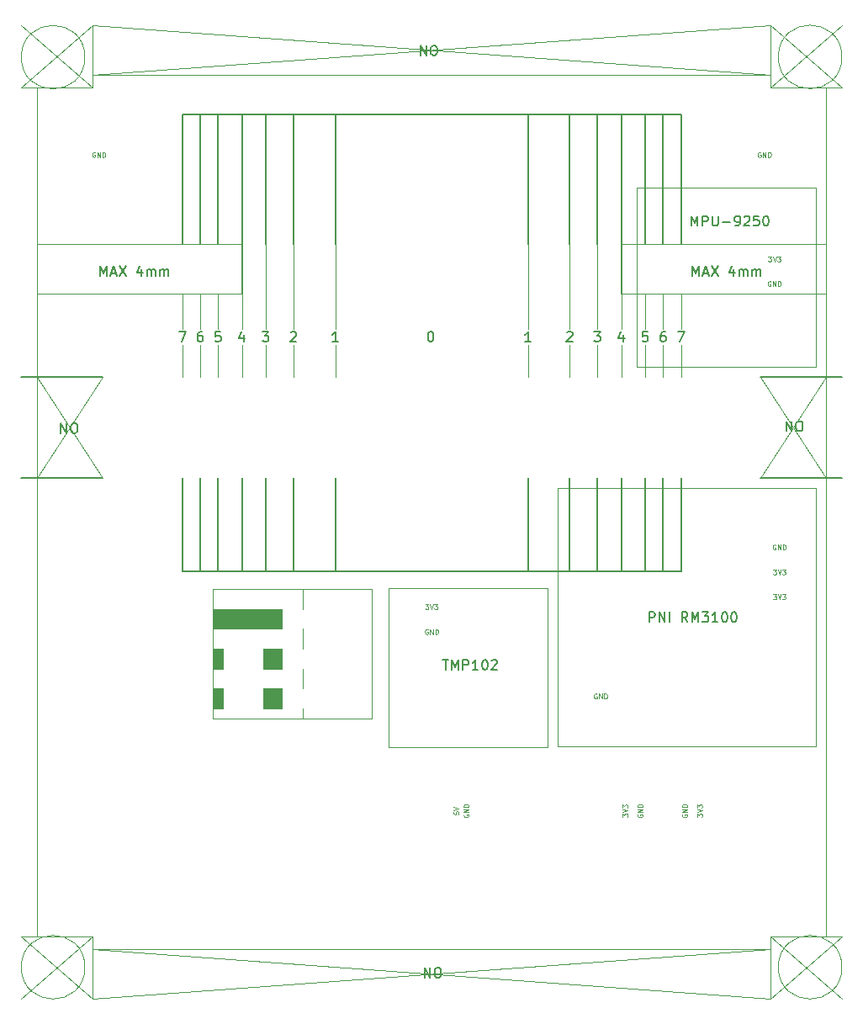
<source format=gbr>
G04 #@! TF.GenerationSoftware,KiCad,Pcbnew,(5.1.2)-2*
G04 #@! TF.CreationDate,2021-05-04T10:51:35-04:00*
G04 #@! TF.ProjectId,Magnetometer_A,4d61676e-6574-46f6-9d65-7465725f412e,rev?*
G04 #@! TF.SameCoordinates,Original*
G04 #@! TF.FileFunction,Legend,Top*
G04 #@! TF.FilePolarity,Positive*
%FSLAX46Y46*%
G04 Gerber Fmt 4.6, Leading zero omitted, Abs format (unit mm)*
G04 Created by KiCad (PCBNEW (5.1.2)-2) date 2021-05-04 10:51:35*
%MOMM*%
%LPD*%
G04 APERTURE LIST*
%ADD10C,0.125000*%
%ADD11C,0.100000*%
%ADD12C,0.120000*%
%ADD13C,0.150000*%
G04 APERTURE END LIST*
D10*
X79226190Y-112095238D02*
X79226190Y-112333333D01*
X79464285Y-112357142D01*
X79440476Y-112333333D01*
X79416666Y-112285714D01*
X79416666Y-112166666D01*
X79440476Y-112119047D01*
X79464285Y-112095238D01*
X79511904Y-112071428D01*
X79630952Y-112071428D01*
X79678571Y-112095238D01*
X79702380Y-112119047D01*
X79726190Y-112166666D01*
X79726190Y-112285714D01*
X79702380Y-112333333D01*
X79678571Y-112357142D01*
X79226190Y-111928571D02*
X79726190Y-111761904D01*
X79226190Y-111595238D01*
X110880952Y-56226190D02*
X111190476Y-56226190D01*
X111023809Y-56416666D01*
X111095238Y-56416666D01*
X111142857Y-56440476D01*
X111166666Y-56464285D01*
X111190476Y-56511904D01*
X111190476Y-56630952D01*
X111166666Y-56678571D01*
X111142857Y-56702380D01*
X111095238Y-56726190D01*
X110952380Y-56726190D01*
X110904761Y-56702380D01*
X110880952Y-56678571D01*
X111333333Y-56226190D02*
X111500000Y-56726190D01*
X111666666Y-56226190D01*
X111785714Y-56226190D02*
X112095238Y-56226190D01*
X111928571Y-56416666D01*
X112000000Y-56416666D01*
X112047619Y-56440476D01*
X112071428Y-56464285D01*
X112095238Y-56511904D01*
X112095238Y-56630952D01*
X112071428Y-56678571D01*
X112047619Y-56702380D01*
X112000000Y-56726190D01*
X111857142Y-56726190D01*
X111809523Y-56702380D01*
X111785714Y-56678571D01*
X76380952Y-91226190D02*
X76690476Y-91226190D01*
X76523809Y-91416666D01*
X76595238Y-91416666D01*
X76642857Y-91440476D01*
X76666666Y-91464285D01*
X76690476Y-91511904D01*
X76690476Y-91630952D01*
X76666666Y-91678571D01*
X76642857Y-91702380D01*
X76595238Y-91726190D01*
X76452380Y-91726190D01*
X76404761Y-91702380D01*
X76380952Y-91678571D01*
X76833333Y-91226190D02*
X77000000Y-91726190D01*
X77166666Y-91226190D01*
X77285714Y-91226190D02*
X77595238Y-91226190D01*
X77428571Y-91416666D01*
X77500000Y-91416666D01*
X77547619Y-91440476D01*
X77571428Y-91464285D01*
X77595238Y-91511904D01*
X77595238Y-91630952D01*
X77571428Y-91678571D01*
X77547619Y-91702380D01*
X77500000Y-91726190D01*
X77357142Y-91726190D01*
X77309523Y-91702380D01*
X77285714Y-91678571D01*
X111380952Y-90226190D02*
X111690476Y-90226190D01*
X111523809Y-90416666D01*
X111595238Y-90416666D01*
X111642857Y-90440476D01*
X111666666Y-90464285D01*
X111690476Y-90511904D01*
X111690476Y-90630952D01*
X111666666Y-90678571D01*
X111642857Y-90702380D01*
X111595238Y-90726190D01*
X111452380Y-90726190D01*
X111404761Y-90702380D01*
X111380952Y-90678571D01*
X111833333Y-90226190D02*
X112000000Y-90726190D01*
X112166666Y-90226190D01*
X112285714Y-90226190D02*
X112595238Y-90226190D01*
X112428571Y-90416666D01*
X112500000Y-90416666D01*
X112547619Y-90440476D01*
X112571428Y-90464285D01*
X112595238Y-90511904D01*
X112595238Y-90630952D01*
X112571428Y-90678571D01*
X112547619Y-90702380D01*
X112500000Y-90726190D01*
X112357142Y-90726190D01*
X112309523Y-90702380D01*
X112285714Y-90678571D01*
X111380952Y-87726190D02*
X111690476Y-87726190D01*
X111523809Y-87916666D01*
X111595238Y-87916666D01*
X111642857Y-87940476D01*
X111666666Y-87964285D01*
X111690476Y-88011904D01*
X111690476Y-88130952D01*
X111666666Y-88178571D01*
X111642857Y-88202380D01*
X111595238Y-88226190D01*
X111452380Y-88226190D01*
X111404761Y-88202380D01*
X111380952Y-88178571D01*
X111833333Y-87726190D02*
X112000000Y-88226190D01*
X112166666Y-87726190D01*
X112285714Y-87726190D02*
X112595238Y-87726190D01*
X112428571Y-87916666D01*
X112500000Y-87916666D01*
X112547619Y-87940476D01*
X112571428Y-87964285D01*
X112595238Y-88011904D01*
X112595238Y-88130952D01*
X112571428Y-88178571D01*
X112547619Y-88202380D01*
X112500000Y-88226190D01*
X112357142Y-88226190D01*
X112309523Y-88202380D01*
X112285714Y-88178571D01*
X103726190Y-112619047D02*
X103726190Y-112309523D01*
X103916666Y-112476190D01*
X103916666Y-112404761D01*
X103940476Y-112357142D01*
X103964285Y-112333333D01*
X104011904Y-112309523D01*
X104130952Y-112309523D01*
X104178571Y-112333333D01*
X104202380Y-112357142D01*
X104226190Y-112404761D01*
X104226190Y-112547619D01*
X104202380Y-112595238D01*
X104178571Y-112619047D01*
X103726190Y-112166666D02*
X104226190Y-112000000D01*
X103726190Y-111833333D01*
X103726190Y-111714285D02*
X103726190Y-111404761D01*
X103916666Y-111571428D01*
X103916666Y-111500000D01*
X103940476Y-111452380D01*
X103964285Y-111428571D01*
X104011904Y-111404761D01*
X104130952Y-111404761D01*
X104178571Y-111428571D01*
X104202380Y-111452380D01*
X104226190Y-111500000D01*
X104226190Y-111642857D01*
X104202380Y-111690476D01*
X104178571Y-111714285D01*
X96226190Y-112619047D02*
X96226190Y-112309523D01*
X96416666Y-112476190D01*
X96416666Y-112404761D01*
X96440476Y-112357142D01*
X96464285Y-112333333D01*
X96511904Y-112309523D01*
X96630952Y-112309523D01*
X96678571Y-112333333D01*
X96702380Y-112357142D01*
X96726190Y-112404761D01*
X96726190Y-112547619D01*
X96702380Y-112595238D01*
X96678571Y-112619047D01*
X96226190Y-112166666D02*
X96726190Y-112000000D01*
X96226190Y-111833333D01*
X96226190Y-111714285D02*
X96226190Y-111404761D01*
X96416666Y-111571428D01*
X96416666Y-111500000D01*
X96440476Y-111452380D01*
X96464285Y-111428571D01*
X96511904Y-111404761D01*
X96630952Y-111404761D01*
X96678571Y-111428571D01*
X96702380Y-111452380D01*
X96726190Y-111500000D01*
X96726190Y-111642857D01*
X96702380Y-111690476D01*
X96678571Y-111714285D01*
X80250000Y-112380952D02*
X80226190Y-112428571D01*
X80226190Y-112500000D01*
X80250000Y-112571428D01*
X80297619Y-112619047D01*
X80345238Y-112642857D01*
X80440476Y-112666666D01*
X80511904Y-112666666D01*
X80607142Y-112642857D01*
X80654761Y-112619047D01*
X80702380Y-112571428D01*
X80726190Y-112500000D01*
X80726190Y-112452380D01*
X80702380Y-112380952D01*
X80678571Y-112357142D01*
X80511904Y-112357142D01*
X80511904Y-112452380D01*
X80726190Y-112142857D02*
X80226190Y-112142857D01*
X80726190Y-111857142D01*
X80226190Y-111857142D01*
X80726190Y-111619047D02*
X80226190Y-111619047D01*
X80226190Y-111500000D01*
X80250000Y-111428571D01*
X80297619Y-111380952D01*
X80345238Y-111357142D01*
X80440476Y-111333333D01*
X80511904Y-111333333D01*
X80607142Y-111357142D01*
X80654761Y-111380952D01*
X80702380Y-111428571D01*
X80726190Y-111500000D01*
X80726190Y-111619047D01*
X97750000Y-112380952D02*
X97726190Y-112428571D01*
X97726190Y-112500000D01*
X97750000Y-112571428D01*
X97797619Y-112619047D01*
X97845238Y-112642857D01*
X97940476Y-112666666D01*
X98011904Y-112666666D01*
X98107142Y-112642857D01*
X98154761Y-112619047D01*
X98202380Y-112571428D01*
X98226190Y-112500000D01*
X98226190Y-112452380D01*
X98202380Y-112380952D01*
X98178571Y-112357142D01*
X98011904Y-112357142D01*
X98011904Y-112452380D01*
X98226190Y-112142857D02*
X97726190Y-112142857D01*
X98226190Y-111857142D01*
X97726190Y-111857142D01*
X98226190Y-111619047D02*
X97726190Y-111619047D01*
X97726190Y-111500000D01*
X97750000Y-111428571D01*
X97797619Y-111380952D01*
X97845238Y-111357142D01*
X97940476Y-111333333D01*
X98011904Y-111333333D01*
X98107142Y-111357142D01*
X98154761Y-111380952D01*
X98202380Y-111428571D01*
X98226190Y-111500000D01*
X98226190Y-111619047D01*
X102250000Y-112380952D02*
X102226190Y-112428571D01*
X102226190Y-112500000D01*
X102250000Y-112571428D01*
X102297619Y-112619047D01*
X102345238Y-112642857D01*
X102440476Y-112666666D01*
X102511904Y-112666666D01*
X102607142Y-112642857D01*
X102654761Y-112619047D01*
X102702380Y-112571428D01*
X102726190Y-112500000D01*
X102726190Y-112452380D01*
X102702380Y-112380952D01*
X102678571Y-112357142D01*
X102511904Y-112357142D01*
X102511904Y-112452380D01*
X102726190Y-112142857D02*
X102226190Y-112142857D01*
X102726190Y-111857142D01*
X102226190Y-111857142D01*
X102726190Y-111619047D02*
X102226190Y-111619047D01*
X102226190Y-111500000D01*
X102250000Y-111428571D01*
X102297619Y-111380952D01*
X102345238Y-111357142D01*
X102440476Y-111333333D01*
X102511904Y-111333333D01*
X102607142Y-111357142D01*
X102654761Y-111380952D01*
X102702380Y-111428571D01*
X102726190Y-111500000D01*
X102726190Y-111619047D01*
X93619047Y-100250000D02*
X93571428Y-100226190D01*
X93500000Y-100226190D01*
X93428571Y-100250000D01*
X93380952Y-100297619D01*
X93357142Y-100345238D01*
X93333333Y-100440476D01*
X93333333Y-100511904D01*
X93357142Y-100607142D01*
X93380952Y-100654761D01*
X93428571Y-100702380D01*
X93500000Y-100726190D01*
X93547619Y-100726190D01*
X93619047Y-100702380D01*
X93642857Y-100678571D01*
X93642857Y-100511904D01*
X93547619Y-100511904D01*
X93857142Y-100726190D02*
X93857142Y-100226190D01*
X94142857Y-100726190D01*
X94142857Y-100226190D01*
X94380952Y-100726190D02*
X94380952Y-100226190D01*
X94500000Y-100226190D01*
X94571428Y-100250000D01*
X94619047Y-100297619D01*
X94642857Y-100345238D01*
X94666666Y-100440476D01*
X94666666Y-100511904D01*
X94642857Y-100607142D01*
X94619047Y-100654761D01*
X94571428Y-100702380D01*
X94500000Y-100726190D01*
X94380952Y-100726190D01*
X111619047Y-85250000D02*
X111571428Y-85226190D01*
X111500000Y-85226190D01*
X111428571Y-85250000D01*
X111380952Y-85297619D01*
X111357142Y-85345238D01*
X111333333Y-85440476D01*
X111333333Y-85511904D01*
X111357142Y-85607142D01*
X111380952Y-85654761D01*
X111428571Y-85702380D01*
X111500000Y-85726190D01*
X111547619Y-85726190D01*
X111619047Y-85702380D01*
X111642857Y-85678571D01*
X111642857Y-85511904D01*
X111547619Y-85511904D01*
X111857142Y-85726190D02*
X111857142Y-85226190D01*
X112142857Y-85726190D01*
X112142857Y-85226190D01*
X112380952Y-85726190D02*
X112380952Y-85226190D01*
X112500000Y-85226190D01*
X112571428Y-85250000D01*
X112619047Y-85297619D01*
X112642857Y-85345238D01*
X112666666Y-85440476D01*
X112666666Y-85511904D01*
X112642857Y-85607142D01*
X112619047Y-85654761D01*
X112571428Y-85702380D01*
X112500000Y-85726190D01*
X112380952Y-85726190D01*
X76619047Y-93750000D02*
X76571428Y-93726190D01*
X76500000Y-93726190D01*
X76428571Y-93750000D01*
X76380952Y-93797619D01*
X76357142Y-93845238D01*
X76333333Y-93940476D01*
X76333333Y-94011904D01*
X76357142Y-94107142D01*
X76380952Y-94154761D01*
X76428571Y-94202380D01*
X76500000Y-94226190D01*
X76547619Y-94226190D01*
X76619047Y-94202380D01*
X76642857Y-94178571D01*
X76642857Y-94011904D01*
X76547619Y-94011904D01*
X76857142Y-94226190D02*
X76857142Y-93726190D01*
X77142857Y-94226190D01*
X77142857Y-93726190D01*
X77380952Y-94226190D02*
X77380952Y-93726190D01*
X77500000Y-93726190D01*
X77571428Y-93750000D01*
X77619047Y-93797619D01*
X77642857Y-93845238D01*
X77666666Y-93940476D01*
X77666666Y-94011904D01*
X77642857Y-94107142D01*
X77619047Y-94154761D01*
X77571428Y-94202380D01*
X77500000Y-94226190D01*
X77380952Y-94226190D01*
X43119047Y-45750000D02*
X43071428Y-45726190D01*
X43000000Y-45726190D01*
X42928571Y-45750000D01*
X42880952Y-45797619D01*
X42857142Y-45845238D01*
X42833333Y-45940476D01*
X42833333Y-46011904D01*
X42857142Y-46107142D01*
X42880952Y-46154761D01*
X42928571Y-46202380D01*
X43000000Y-46226190D01*
X43047619Y-46226190D01*
X43119047Y-46202380D01*
X43142857Y-46178571D01*
X43142857Y-46011904D01*
X43047619Y-46011904D01*
X43357142Y-46226190D02*
X43357142Y-45726190D01*
X43642857Y-46226190D01*
X43642857Y-45726190D01*
X43880952Y-46226190D02*
X43880952Y-45726190D01*
X44000000Y-45726190D01*
X44071428Y-45750000D01*
X44119047Y-45797619D01*
X44142857Y-45845238D01*
X44166666Y-45940476D01*
X44166666Y-46011904D01*
X44142857Y-46107142D01*
X44119047Y-46154761D01*
X44071428Y-46202380D01*
X44000000Y-46226190D01*
X43880952Y-46226190D01*
X110119047Y-45750000D02*
X110071428Y-45726190D01*
X110000000Y-45726190D01*
X109928571Y-45750000D01*
X109880952Y-45797619D01*
X109857142Y-45845238D01*
X109833333Y-45940476D01*
X109833333Y-46011904D01*
X109857142Y-46107142D01*
X109880952Y-46154761D01*
X109928571Y-46202380D01*
X110000000Y-46226190D01*
X110047619Y-46226190D01*
X110119047Y-46202380D01*
X110142857Y-46178571D01*
X110142857Y-46011904D01*
X110047619Y-46011904D01*
X110357142Y-46226190D02*
X110357142Y-45726190D01*
X110642857Y-46226190D01*
X110642857Y-45726190D01*
X110880952Y-46226190D02*
X110880952Y-45726190D01*
X111000000Y-45726190D01*
X111071428Y-45750000D01*
X111119047Y-45797619D01*
X111142857Y-45845238D01*
X111166666Y-45940476D01*
X111166666Y-46011904D01*
X111142857Y-46107142D01*
X111119047Y-46154761D01*
X111071428Y-46202380D01*
X111000000Y-46226190D01*
X110880952Y-46226190D01*
X111119047Y-58750000D02*
X111071428Y-58726190D01*
X111000000Y-58726190D01*
X110928571Y-58750000D01*
X110880952Y-58797619D01*
X110857142Y-58845238D01*
X110833333Y-58940476D01*
X110833333Y-59011904D01*
X110857142Y-59107142D01*
X110880952Y-59154761D01*
X110928571Y-59202380D01*
X111000000Y-59226190D01*
X111047619Y-59226190D01*
X111119047Y-59202380D01*
X111142857Y-59178571D01*
X111142857Y-59011904D01*
X111047619Y-59011904D01*
X111357142Y-59226190D02*
X111357142Y-58726190D01*
X111642857Y-59226190D01*
X111642857Y-58726190D01*
X111880952Y-59226190D02*
X111880952Y-58726190D01*
X112000000Y-58726190D01*
X112071428Y-58750000D01*
X112119047Y-58797619D01*
X112142857Y-58845238D01*
X112166666Y-58940476D01*
X112166666Y-59011904D01*
X112142857Y-59107142D01*
X112119047Y-59154761D01*
X112071428Y-59202380D01*
X112000000Y-59226190D01*
X111880952Y-59226190D01*
D11*
G36*
X61950000Y-93700000D02*
G01*
X55000000Y-93700000D01*
X55000000Y-91700000D01*
X61950000Y-91700000D01*
X61950000Y-93700000D01*
G37*
X61950000Y-93700000D02*
X55000000Y-93700000D01*
X55000000Y-91700000D01*
X61950000Y-91700000D01*
X61950000Y-93700000D01*
G36*
X55950000Y-101700000D02*
G01*
X55000000Y-101700000D01*
X55000000Y-99700000D01*
X55950000Y-99700000D01*
X55950000Y-101700000D01*
G37*
X55950000Y-101700000D02*
X55000000Y-101700000D01*
X55000000Y-99700000D01*
X55950000Y-99700000D01*
X55950000Y-101700000D01*
G36*
X55950000Y-97700000D02*
G01*
X55000000Y-97700000D01*
X55000000Y-95700000D01*
X56000000Y-95700000D01*
X55950000Y-97700000D01*
G37*
X55950000Y-97700000D02*
X55000000Y-97700000D01*
X55000000Y-95700000D01*
X56000000Y-95700000D01*
X55950000Y-97700000D01*
G36*
X61950000Y-97700000D02*
G01*
X60050000Y-97700000D01*
X60050000Y-95700000D01*
X61950000Y-95700000D01*
X61950000Y-97700000D01*
G37*
X61950000Y-97700000D02*
X60050000Y-97700000D01*
X60050000Y-95700000D01*
X61950000Y-95700000D01*
X61950000Y-97700000D01*
G36*
X61950000Y-101700000D02*
G01*
X60050000Y-101700000D01*
X60050000Y-99700000D01*
X61950000Y-99700000D01*
X61950000Y-101700000D01*
G37*
X61950000Y-101700000D02*
X60050000Y-101700000D01*
X60050000Y-99700000D01*
X61950000Y-99700000D01*
X61950000Y-101700000D01*
D12*
X55000000Y-102700000D02*
X64000000Y-102700000D01*
X55000000Y-89700000D02*
X55000000Y-102700000D01*
X64000000Y-89700000D02*
X55000000Y-89700000D01*
X64000000Y-91700000D02*
X64000000Y-89700000D01*
X64000000Y-99700000D02*
X64000000Y-97700000D01*
X64000000Y-95700000D02*
X64000000Y-93700000D01*
X64000000Y-102700000D02*
X64000000Y-101700000D01*
X71000000Y-102700000D02*
X64000000Y-102700000D01*
X71000000Y-89700000D02*
X71000000Y-102700000D01*
X64000000Y-89700000D02*
X71000000Y-89700000D01*
D13*
X103119047Y-53152380D02*
X103119047Y-52152380D01*
X103452380Y-52866666D01*
X103785714Y-52152380D01*
X103785714Y-53152380D01*
X104261904Y-53152380D02*
X104261904Y-52152380D01*
X104642857Y-52152380D01*
X104738095Y-52200000D01*
X104785714Y-52247619D01*
X104833333Y-52342857D01*
X104833333Y-52485714D01*
X104785714Y-52580952D01*
X104738095Y-52628571D01*
X104642857Y-52676190D01*
X104261904Y-52676190D01*
X105261904Y-52152380D02*
X105261904Y-52961904D01*
X105309523Y-53057142D01*
X105357142Y-53104761D01*
X105452380Y-53152380D01*
X105642857Y-53152380D01*
X105738095Y-53104761D01*
X105785714Y-53057142D01*
X105833333Y-52961904D01*
X105833333Y-52152380D01*
X106309523Y-52771428D02*
X107071428Y-52771428D01*
X107595238Y-53152380D02*
X107785714Y-53152380D01*
X107880952Y-53104761D01*
X107928571Y-53057142D01*
X108023809Y-52914285D01*
X108071428Y-52723809D01*
X108071428Y-52342857D01*
X108023809Y-52247619D01*
X107976190Y-52200000D01*
X107880952Y-52152380D01*
X107690476Y-52152380D01*
X107595238Y-52200000D01*
X107547619Y-52247619D01*
X107500000Y-52342857D01*
X107500000Y-52580952D01*
X107547619Y-52676190D01*
X107595238Y-52723809D01*
X107690476Y-52771428D01*
X107880952Y-52771428D01*
X107976190Y-52723809D01*
X108023809Y-52676190D01*
X108071428Y-52580952D01*
X108452380Y-52247619D02*
X108500000Y-52200000D01*
X108595238Y-52152380D01*
X108833333Y-52152380D01*
X108928571Y-52200000D01*
X108976190Y-52247619D01*
X109023809Y-52342857D01*
X109023809Y-52438095D01*
X108976190Y-52580952D01*
X108404761Y-53152380D01*
X109023809Y-53152380D01*
X109928571Y-52152380D02*
X109452380Y-52152380D01*
X109404761Y-52628571D01*
X109452380Y-52580952D01*
X109547619Y-52533333D01*
X109785714Y-52533333D01*
X109880952Y-52580952D01*
X109928571Y-52628571D01*
X109976190Y-52723809D01*
X109976190Y-52961904D01*
X109928571Y-53057142D01*
X109880952Y-53104761D01*
X109785714Y-53152380D01*
X109547619Y-53152380D01*
X109452380Y-53104761D01*
X109404761Y-53057142D01*
X110595238Y-52152380D02*
X110690476Y-52152380D01*
X110785714Y-52200000D01*
X110833333Y-52247619D01*
X110880952Y-52342857D01*
X110928571Y-52533333D01*
X110928571Y-52771428D01*
X110880952Y-52961904D01*
X110833333Y-53057142D01*
X110785714Y-53104761D01*
X110690476Y-53152380D01*
X110595238Y-53152380D01*
X110500000Y-53104761D01*
X110452380Y-53057142D01*
X110404761Y-52961904D01*
X110357142Y-52771428D01*
X110357142Y-52533333D01*
X110404761Y-52342857D01*
X110452380Y-52247619D01*
X110500000Y-52200000D01*
X110595238Y-52152380D01*
D12*
X97680000Y-67330000D02*
X97680000Y-49330000D01*
X115680000Y-67330000D02*
X97680000Y-67330000D01*
X115680000Y-49330000D02*
X115680000Y-67330000D01*
X97680000Y-49330000D02*
X115680000Y-49330000D01*
D13*
X78114285Y-96822380D02*
X78685714Y-96822380D01*
X78400000Y-97822380D02*
X78400000Y-96822380D01*
X79019047Y-97822380D02*
X79019047Y-96822380D01*
X79352380Y-97536666D01*
X79685714Y-96822380D01*
X79685714Y-97822380D01*
X80161904Y-97822380D02*
X80161904Y-96822380D01*
X80542857Y-96822380D01*
X80638095Y-96870000D01*
X80685714Y-96917619D01*
X80733333Y-97012857D01*
X80733333Y-97155714D01*
X80685714Y-97250952D01*
X80638095Y-97298571D01*
X80542857Y-97346190D01*
X80161904Y-97346190D01*
X81685714Y-97822380D02*
X81114285Y-97822380D01*
X81400000Y-97822380D02*
X81400000Y-96822380D01*
X81304761Y-96965238D01*
X81209523Y-97060476D01*
X81114285Y-97108095D01*
X82304761Y-96822380D02*
X82400000Y-96822380D01*
X82495238Y-96870000D01*
X82542857Y-96917619D01*
X82590476Y-97012857D01*
X82638095Y-97203333D01*
X82638095Y-97441428D01*
X82590476Y-97631904D01*
X82542857Y-97727142D01*
X82495238Y-97774761D01*
X82400000Y-97822380D01*
X82304761Y-97822380D01*
X82209523Y-97774761D01*
X82161904Y-97727142D01*
X82114285Y-97631904D01*
X82066666Y-97441428D01*
X82066666Y-97203333D01*
X82114285Y-97012857D01*
X82161904Y-96917619D01*
X82209523Y-96870000D01*
X82304761Y-96822380D01*
X83019047Y-96917619D02*
X83066666Y-96870000D01*
X83161904Y-96822380D01*
X83400000Y-96822380D01*
X83495238Y-96870000D01*
X83542857Y-96917619D01*
X83590476Y-97012857D01*
X83590476Y-97108095D01*
X83542857Y-97250952D01*
X82971428Y-97822380D01*
X83590476Y-97822380D01*
D12*
X88700000Y-89570000D02*
X88700000Y-105570000D01*
X72700000Y-105570000D02*
X88700000Y-105570000D01*
X72700000Y-89570000D02*
X88700000Y-89570000D01*
X72700000Y-89570000D02*
X72700000Y-105570000D01*
X89690000Y-105560000D02*
X115690000Y-105560000D01*
X89690000Y-79560000D02*
X89690000Y-105560000D01*
X115690000Y-79560000D02*
X115690000Y-105560000D01*
X114690000Y-79560000D02*
X115690000Y-79560000D01*
X89690000Y-79560000D02*
X114690000Y-79560000D01*
D13*
X98909047Y-93012380D02*
X98909047Y-92012380D01*
X99290000Y-92012380D01*
X99385238Y-92060000D01*
X99432857Y-92107619D01*
X99480476Y-92202857D01*
X99480476Y-92345714D01*
X99432857Y-92440952D01*
X99385238Y-92488571D01*
X99290000Y-92536190D01*
X98909047Y-92536190D01*
X99909047Y-93012380D02*
X99909047Y-92012380D01*
X100480476Y-93012380D01*
X100480476Y-92012380D01*
X100956666Y-93012380D02*
X100956666Y-92012380D01*
X102766190Y-93012380D02*
X102432857Y-92536190D01*
X102194761Y-93012380D02*
X102194761Y-92012380D01*
X102575714Y-92012380D01*
X102670952Y-92060000D01*
X102718571Y-92107619D01*
X102766190Y-92202857D01*
X102766190Y-92345714D01*
X102718571Y-92440952D01*
X102670952Y-92488571D01*
X102575714Y-92536190D01*
X102194761Y-92536190D01*
X103194761Y-93012380D02*
X103194761Y-92012380D01*
X103528095Y-92726666D01*
X103861428Y-92012380D01*
X103861428Y-93012380D01*
X104242380Y-92012380D02*
X104861428Y-92012380D01*
X104528095Y-92393333D01*
X104670952Y-92393333D01*
X104766190Y-92440952D01*
X104813809Y-92488571D01*
X104861428Y-92583809D01*
X104861428Y-92821904D01*
X104813809Y-92917142D01*
X104766190Y-92964761D01*
X104670952Y-93012380D01*
X104385238Y-93012380D01*
X104290000Y-92964761D01*
X104242380Y-92917142D01*
X105813809Y-93012380D02*
X105242380Y-93012380D01*
X105528095Y-93012380D02*
X105528095Y-92012380D01*
X105432857Y-92155238D01*
X105337619Y-92250476D01*
X105242380Y-92298095D01*
X106432857Y-92012380D02*
X106528095Y-92012380D01*
X106623333Y-92060000D01*
X106670952Y-92107619D01*
X106718571Y-92202857D01*
X106766190Y-92393333D01*
X106766190Y-92631428D01*
X106718571Y-92821904D01*
X106670952Y-92917142D01*
X106623333Y-92964761D01*
X106528095Y-93012380D01*
X106432857Y-93012380D01*
X106337619Y-92964761D01*
X106290000Y-92917142D01*
X106242380Y-92821904D01*
X106194761Y-92631428D01*
X106194761Y-92393333D01*
X106242380Y-92202857D01*
X106290000Y-92107619D01*
X106337619Y-92060000D01*
X106432857Y-92012380D01*
X107385238Y-92012380D02*
X107480476Y-92012380D01*
X107575714Y-92060000D01*
X107623333Y-92107619D01*
X107670952Y-92202857D01*
X107718571Y-92393333D01*
X107718571Y-92631428D01*
X107670952Y-92821904D01*
X107623333Y-92917142D01*
X107575714Y-92964761D01*
X107480476Y-93012380D01*
X107385238Y-93012380D01*
X107290000Y-92964761D01*
X107242380Y-92917142D01*
X107194761Y-92821904D01*
X107147142Y-92631428D01*
X107147142Y-92393333D01*
X107194761Y-92202857D01*
X107242380Y-92107619D01*
X107290000Y-92060000D01*
X107385238Y-92012380D01*
D12*
X116700000Y-124650000D02*
X116700000Y-39250000D01*
X37300000Y-39250000D02*
X37300000Y-124650000D01*
X42900000Y-37950000D02*
X111100000Y-37950000D01*
X42890000Y-32950000D02*
X111100000Y-37950000D01*
X111100000Y-32950000D02*
X42910000Y-37950000D01*
X42900000Y-125950000D02*
X111110000Y-125950000D01*
X111100000Y-130950000D02*
X42900000Y-125950000D01*
X42900000Y-130950000D02*
X111110000Y-125950000D01*
X35700000Y-130950000D02*
X42900000Y-124650000D01*
X35700000Y-124650000D02*
X42900000Y-130950000D01*
X118300000Y-124650000D02*
X111100000Y-130950000D01*
X118300000Y-130950000D02*
X111100000Y-124660000D01*
X111100000Y-39250000D02*
X111100000Y-32950000D01*
X111100000Y-39250000D02*
X118300000Y-39250000D01*
X118300000Y-32950000D02*
X111100000Y-39250000D01*
X111100000Y-32950000D02*
X118300000Y-39250000D01*
X35700000Y-39250000D02*
X42910000Y-39260000D01*
X42890000Y-32950000D02*
X42910000Y-39260000D01*
X35700000Y-39250000D02*
X42890000Y-32950000D01*
X35700000Y-32950000D02*
X42910000Y-39260000D01*
X111100000Y-124660000D02*
X118300000Y-124650000D01*
X111100000Y-130950000D02*
X111100000Y-124660000D01*
X42900000Y-124650000D02*
X42900000Y-130950000D01*
X35700000Y-124650000D02*
X42900000Y-124650000D01*
X110100000Y-68350000D02*
X116700000Y-78550000D01*
X110100000Y-78550000D02*
X116700000Y-68350000D01*
X43900000Y-78550000D02*
X37300000Y-68350000D01*
X43900000Y-68350000D02*
X37300000Y-78550000D01*
X96100000Y-59950000D02*
X116700000Y-59950000D01*
X96100000Y-54950000D02*
X116700000Y-54950000D01*
X57900000Y-59950000D02*
X37300000Y-59950000D01*
X57900000Y-54950000D02*
X37300000Y-54950000D01*
X60300000Y-59950000D02*
X60300000Y-54950000D01*
X63100000Y-59950000D02*
X63100000Y-54950000D01*
X67300000Y-59950000D02*
X67300000Y-54950000D01*
X86700000Y-59950000D02*
X86700000Y-54950000D01*
X90900000Y-59950000D02*
X90900000Y-54950000D01*
X93700000Y-59950000D02*
X93700000Y-54950000D01*
D13*
X93366666Y-63802380D02*
X93985714Y-63802380D01*
X93652380Y-64183333D01*
X93795238Y-64183333D01*
X93890476Y-64230952D01*
X93938095Y-64278571D01*
X93985714Y-64373809D01*
X93985714Y-64611904D01*
X93938095Y-64707142D01*
X93890476Y-64754761D01*
X93795238Y-64802380D01*
X93509523Y-64802380D01*
X93414285Y-64754761D01*
X93366666Y-64707142D01*
D12*
X102100000Y-59950000D02*
X102100000Y-63550000D01*
X102100000Y-68350000D02*
X102100000Y-65150000D01*
X100300000Y-59950000D02*
X100300000Y-63550000D01*
X100300000Y-68350000D02*
X100300000Y-65150000D01*
X98500000Y-68350000D02*
X98500000Y-65150000D01*
X98500000Y-59950000D02*
X98500000Y-63550000D01*
X96100000Y-59950000D02*
X96100000Y-63550000D01*
X96100000Y-68350000D02*
X96100000Y-65150000D01*
X93700000Y-59950000D02*
X93700000Y-63550000D01*
X93700000Y-68350000D02*
X93700000Y-65150000D01*
X90900000Y-59950000D02*
X90900000Y-63550000D01*
X90900000Y-68350000D02*
X90900000Y-65150000D01*
X86700000Y-59950000D02*
X86700000Y-63550000D01*
X86700000Y-68350000D02*
X86700000Y-65150000D01*
X67300000Y-59950000D02*
X67300000Y-63550000D01*
X67300000Y-68350000D02*
X67300000Y-65150000D01*
X63100000Y-68350000D02*
X63100000Y-65150000D01*
X63100000Y-59950000D02*
X63100000Y-63550000D01*
X60300000Y-65150000D02*
X60300000Y-68350000D01*
X60300000Y-59950000D02*
X60300000Y-63550000D01*
X57900000Y-65150000D02*
X57900000Y-68350000D01*
X57900000Y-63550000D02*
X57900000Y-59950000D01*
D13*
X55738095Y-63802380D02*
X55261904Y-63802380D01*
X55214285Y-64278571D01*
X55261904Y-64230952D01*
X55357142Y-64183333D01*
X55595238Y-64183333D01*
X55690476Y-64230952D01*
X55738095Y-64278571D01*
X55785714Y-64373809D01*
X55785714Y-64611904D01*
X55738095Y-64707142D01*
X55690476Y-64754761D01*
X55595238Y-64802380D01*
X55357142Y-64802380D01*
X55261904Y-64754761D01*
X55214285Y-64707142D01*
D12*
X55500000Y-65150000D02*
X55500000Y-68350000D01*
X55500000Y-63550000D02*
X55500000Y-59950000D01*
D13*
X53890476Y-63802380D02*
X53700000Y-63802380D01*
X53604761Y-63850000D01*
X53557142Y-63897619D01*
X53461904Y-64040476D01*
X53414285Y-64230952D01*
X53414285Y-64611904D01*
X53461904Y-64707142D01*
X53509523Y-64754761D01*
X53604761Y-64802380D01*
X53795238Y-64802380D01*
X53890476Y-64754761D01*
X53938095Y-64707142D01*
X53985714Y-64611904D01*
X53985714Y-64373809D01*
X53938095Y-64278571D01*
X53890476Y-64230952D01*
X53795238Y-64183333D01*
X53604761Y-64183333D01*
X53509523Y-64230952D01*
X53461904Y-64278571D01*
X53414285Y-64373809D01*
D12*
X53700000Y-63550000D02*
X53700000Y-59950000D01*
X53700000Y-68350000D02*
X53700000Y-65150000D01*
X51900000Y-68350000D02*
X51900000Y-65150000D01*
X51900000Y-59950000D02*
X51900000Y-63550000D01*
D13*
X51566666Y-63802380D02*
X52233333Y-63802380D01*
X51804761Y-64802380D01*
X58090476Y-64135714D02*
X58090476Y-64802380D01*
X57852380Y-63754761D02*
X57614285Y-64469047D01*
X58233333Y-64469047D01*
X59966666Y-63802380D02*
X60585714Y-63802380D01*
X60252380Y-64183333D01*
X60395238Y-64183333D01*
X60490476Y-64230952D01*
X60538095Y-64278571D01*
X60585714Y-64373809D01*
X60585714Y-64611904D01*
X60538095Y-64707142D01*
X60490476Y-64754761D01*
X60395238Y-64802380D01*
X60109523Y-64802380D01*
X60014285Y-64754761D01*
X59966666Y-64707142D01*
X101766666Y-63802380D02*
X102433333Y-63802380D01*
X102004761Y-64802380D01*
X100490476Y-63802380D02*
X100300000Y-63802380D01*
X100204761Y-63850000D01*
X100157142Y-63897619D01*
X100061904Y-64040476D01*
X100014285Y-64230952D01*
X100014285Y-64611904D01*
X100061904Y-64707142D01*
X100109523Y-64754761D01*
X100204761Y-64802380D01*
X100395238Y-64802380D01*
X100490476Y-64754761D01*
X100538095Y-64707142D01*
X100585714Y-64611904D01*
X100585714Y-64373809D01*
X100538095Y-64278571D01*
X100490476Y-64230952D01*
X100395238Y-64183333D01*
X100204761Y-64183333D01*
X100109523Y-64230952D01*
X100061904Y-64278571D01*
X100014285Y-64373809D01*
X98738095Y-63802380D02*
X98261904Y-63802380D01*
X98214285Y-64278571D01*
X98261904Y-64230952D01*
X98357142Y-64183333D01*
X98595238Y-64183333D01*
X98690476Y-64230952D01*
X98738095Y-64278571D01*
X98785714Y-64373809D01*
X98785714Y-64611904D01*
X98738095Y-64707142D01*
X98690476Y-64754761D01*
X98595238Y-64802380D01*
X98357142Y-64802380D01*
X98261904Y-64754761D01*
X98214285Y-64707142D01*
X96290476Y-64135714D02*
X96290476Y-64802380D01*
X96052380Y-63754761D02*
X95814285Y-64469047D01*
X96433333Y-64469047D01*
X62814285Y-63897619D02*
X62861904Y-63850000D01*
X62957142Y-63802380D01*
X63195238Y-63802380D01*
X63290476Y-63850000D01*
X63338095Y-63897619D01*
X63385714Y-63992857D01*
X63385714Y-64088095D01*
X63338095Y-64230952D01*
X62766666Y-64802380D01*
X63385714Y-64802380D01*
X90614285Y-63897619D02*
X90661904Y-63850000D01*
X90757142Y-63802380D01*
X90995238Y-63802380D01*
X91090476Y-63850000D01*
X91138095Y-63897619D01*
X91185714Y-63992857D01*
X91185714Y-64088095D01*
X91138095Y-64230952D01*
X90566666Y-64802380D01*
X91185714Y-64802380D01*
X67585714Y-64802380D02*
X67014285Y-64802380D01*
X67300000Y-64802380D02*
X67300000Y-63802380D01*
X67204761Y-63945238D01*
X67109523Y-64040476D01*
X67014285Y-64088095D01*
X86985714Y-64802380D02*
X86414285Y-64802380D01*
X86700000Y-64802380D02*
X86700000Y-63802380D01*
X86604761Y-63945238D01*
X86509523Y-64040476D01*
X86414285Y-64088095D01*
X102100000Y-87950000D02*
X51900000Y-87950000D01*
X51900000Y-41950000D02*
X102100000Y-41950000D01*
X76852380Y-63802380D02*
X76947619Y-63802380D01*
X77042857Y-63850000D01*
X77090476Y-63897619D01*
X77138095Y-63992857D01*
X77185714Y-64183333D01*
X77185714Y-64421428D01*
X77138095Y-64611904D01*
X77090476Y-64707142D01*
X77042857Y-64754761D01*
X76947619Y-64802380D01*
X76852380Y-64802380D01*
X76757142Y-64754761D01*
X76709523Y-64707142D01*
X76661904Y-64611904D01*
X76614285Y-64421428D01*
X76614285Y-64183333D01*
X76661904Y-63992857D01*
X76709523Y-63897619D01*
X76757142Y-63850000D01*
X76852380Y-63802380D01*
X53700000Y-87950000D02*
X53700000Y-78550000D01*
X53700000Y-54950000D02*
X53700000Y-41950000D01*
X100300000Y-54950000D02*
X100300000Y-41950000D01*
X100300000Y-87950000D02*
X100300000Y-78550000D01*
X55500000Y-54950000D02*
X55500000Y-41950000D01*
X55500000Y-87950000D02*
X55500000Y-78550000D01*
X98500000Y-78550000D02*
X98500000Y-87950000D01*
X98500000Y-54950000D02*
X98500000Y-41950000D01*
X43671428Y-58202380D02*
X43671428Y-57202380D01*
X44004761Y-57916666D01*
X44338095Y-57202380D01*
X44338095Y-58202380D01*
X44766666Y-57916666D02*
X45242857Y-57916666D01*
X44671428Y-58202380D02*
X45004761Y-57202380D01*
X45338095Y-58202380D01*
X45576190Y-57202380D02*
X46242857Y-58202380D01*
X46242857Y-57202380D02*
X45576190Y-58202380D01*
X47814285Y-57535714D02*
X47814285Y-58202380D01*
X47576190Y-57154761D02*
X47338095Y-57869047D01*
X47957142Y-57869047D01*
X48338095Y-58202380D02*
X48338095Y-57535714D01*
X48338095Y-57630952D02*
X48385714Y-57583333D01*
X48480952Y-57535714D01*
X48623809Y-57535714D01*
X48719047Y-57583333D01*
X48766666Y-57678571D01*
X48766666Y-58202380D01*
X48766666Y-57678571D02*
X48814285Y-57583333D01*
X48909523Y-57535714D01*
X49052380Y-57535714D01*
X49147619Y-57583333D01*
X49195238Y-57678571D01*
X49195238Y-58202380D01*
X49671428Y-58202380D02*
X49671428Y-57535714D01*
X49671428Y-57630952D02*
X49719047Y-57583333D01*
X49814285Y-57535714D01*
X49957142Y-57535714D01*
X50052380Y-57583333D01*
X50100000Y-57678571D01*
X50100000Y-58202380D01*
X50100000Y-57678571D02*
X50147619Y-57583333D01*
X50242857Y-57535714D01*
X50385714Y-57535714D01*
X50480952Y-57583333D01*
X50528571Y-57678571D01*
X50528571Y-58202380D01*
X103271428Y-58202380D02*
X103271428Y-57202380D01*
X103604761Y-57916666D01*
X103938095Y-57202380D01*
X103938095Y-58202380D01*
X104366666Y-57916666D02*
X104842857Y-57916666D01*
X104271428Y-58202380D02*
X104604761Y-57202380D01*
X104938095Y-58202380D01*
X105176190Y-57202380D02*
X105842857Y-58202380D01*
X105842857Y-57202380D02*
X105176190Y-58202380D01*
X107414285Y-57535714D02*
X107414285Y-58202380D01*
X107176190Y-57154761D02*
X106938095Y-57869047D01*
X107557142Y-57869047D01*
X107938095Y-58202380D02*
X107938095Y-57535714D01*
X107938095Y-57630952D02*
X107985714Y-57583333D01*
X108080952Y-57535714D01*
X108223809Y-57535714D01*
X108319047Y-57583333D01*
X108366666Y-57678571D01*
X108366666Y-58202380D01*
X108366666Y-57678571D02*
X108414285Y-57583333D01*
X108509523Y-57535714D01*
X108652380Y-57535714D01*
X108747619Y-57583333D01*
X108795238Y-57678571D01*
X108795238Y-58202380D01*
X109271428Y-58202380D02*
X109271428Y-57535714D01*
X109271428Y-57630952D02*
X109319047Y-57583333D01*
X109414285Y-57535714D01*
X109557142Y-57535714D01*
X109652380Y-57583333D01*
X109700000Y-57678571D01*
X109700000Y-58202380D01*
X109700000Y-57678571D02*
X109747619Y-57583333D01*
X109842857Y-57535714D01*
X109985714Y-57535714D01*
X110080952Y-57583333D01*
X110128571Y-57678571D01*
X110128571Y-58202380D01*
X96100000Y-54950000D02*
X96100000Y-59950000D01*
X57900000Y-54950000D02*
X57900000Y-59950000D01*
X57900000Y-54950000D02*
X57900000Y-41950000D01*
X57900000Y-87950000D02*
X57900000Y-78550000D01*
X96100000Y-54950000D02*
X96100000Y-41950000D01*
X96100000Y-87950000D02*
X96100000Y-78550000D01*
X60300000Y-54950000D02*
X60300000Y-41950000D01*
X60300000Y-87950000D02*
X60300000Y-78550000D01*
X93700000Y-54950000D02*
X93700000Y-41950000D01*
X93700000Y-87950000D02*
X93700000Y-78550000D01*
X63100000Y-54950000D02*
X63100000Y-41950000D01*
X63100000Y-87950000D02*
X63100000Y-78550000D01*
X90900000Y-54950000D02*
X90900000Y-41950000D01*
X90900000Y-87950000D02*
X90900000Y-78550000D01*
X51900000Y-54950000D02*
X51900000Y-41950000D01*
X51900000Y-87950000D02*
X51900000Y-78550000D01*
X102100000Y-54950000D02*
X102100000Y-41950000D01*
X102100000Y-87950000D02*
X102100000Y-78550000D01*
X67300000Y-54950000D02*
X67300000Y-41950000D01*
X67300000Y-87950000D02*
X67300000Y-78550000D01*
X86700000Y-54950000D02*
X86700000Y-41950000D01*
X86700000Y-87950000D02*
X86700000Y-78550000D01*
X76290476Y-128802380D02*
X76290476Y-127802380D01*
X76861904Y-128802380D01*
X76861904Y-127802380D01*
X77528571Y-127802380D02*
X77719047Y-127802380D01*
X77814285Y-127850000D01*
X77909523Y-127945238D01*
X77957142Y-128135714D01*
X77957142Y-128469047D01*
X77909523Y-128659523D01*
X77814285Y-128754761D01*
X77719047Y-128802380D01*
X77528571Y-128802380D01*
X77433333Y-128754761D01*
X77338095Y-128659523D01*
X77290476Y-128469047D01*
X77290476Y-128135714D01*
X77338095Y-127945238D01*
X77433333Y-127850000D01*
X77528571Y-127802380D01*
X112690476Y-73802380D02*
X112690476Y-72802380D01*
X113261904Y-73802380D01*
X113261904Y-72802380D01*
X113928571Y-72802380D02*
X114119047Y-72802380D01*
X114214285Y-72850000D01*
X114309523Y-72945238D01*
X114357142Y-73135714D01*
X114357142Y-73469047D01*
X114309523Y-73659523D01*
X114214285Y-73754761D01*
X114119047Y-73802380D01*
X113928571Y-73802380D01*
X113833333Y-73754761D01*
X113738095Y-73659523D01*
X113690476Y-73469047D01*
X113690476Y-73135714D01*
X113738095Y-72945238D01*
X113833333Y-72850000D01*
X113928571Y-72802380D01*
X39690476Y-74002380D02*
X39690476Y-73002380D01*
X40261904Y-74002380D01*
X40261904Y-73002380D01*
X40928571Y-73002380D02*
X41119047Y-73002380D01*
X41214285Y-73050000D01*
X41309523Y-73145238D01*
X41357142Y-73335714D01*
X41357142Y-73669047D01*
X41309523Y-73859523D01*
X41214285Y-73954761D01*
X41119047Y-74002380D01*
X40928571Y-74002380D01*
X40833333Y-73954761D01*
X40738095Y-73859523D01*
X40690476Y-73669047D01*
X40690476Y-73335714D01*
X40738095Y-73145238D01*
X40833333Y-73050000D01*
X40928571Y-73002380D01*
X75890476Y-36002380D02*
X75890476Y-35002380D01*
X76461904Y-36002380D01*
X76461904Y-35002380D01*
X77128571Y-35002380D02*
X77319047Y-35002380D01*
X77414285Y-35050000D01*
X77509523Y-35145238D01*
X77557142Y-35335714D01*
X77557142Y-35669047D01*
X77509523Y-35859523D01*
X77414285Y-35954761D01*
X77319047Y-36002380D01*
X77128571Y-36002380D01*
X77033333Y-35954761D01*
X76938095Y-35859523D01*
X76890476Y-35669047D01*
X76890476Y-35335714D01*
X76938095Y-35145238D01*
X77033333Y-35050000D01*
X77128571Y-35002380D01*
X43900000Y-78550000D02*
X35700000Y-78550000D01*
X43900000Y-68350000D02*
X35700000Y-68350000D01*
X110100000Y-68350000D02*
X118300000Y-68350000D01*
X110100000Y-78550000D02*
X118300000Y-78550000D01*
D12*
X42100000Y-36175000D02*
G75*
G03X42100000Y-36175000I-3200000J0D01*
G01*
X118300000Y-127750000D02*
G75*
G03X118300000Y-127750000I-3200000J0D01*
G01*
X118300000Y-36150000D02*
G75*
G03X118300000Y-36150000I-3200000J0D01*
G01*
X42100000Y-127750000D02*
G75*
G03X42100000Y-127750000I-3200000J0D01*
G01*
M02*

</source>
